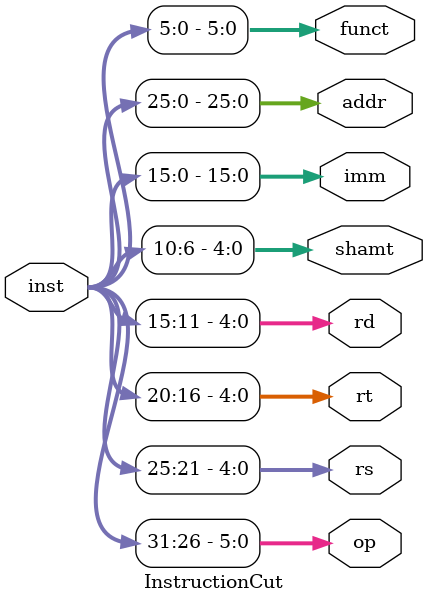
<source format=v>
`timescale 1ns / 1ps


module InstructionCut(
    input [31: 0] inst,
    output reg [5: 0] op,
    output reg [4: 0] rs,
    output reg [4: 0] rt,
    output reg [4: 0] rd,
    output reg [4: 0] shamt,
    output reg [15: 0] imm,
    output reg [25: 0] addr,
    output reg [5: 0] funct
    );
    initial begin
        op = 6'b000000;
        rs = 5'b00000;
        rt = 5'b00000;
        rd = 5'b00000;
        funct = 6'b000000;
    end
    always @(inst) begin
        op = inst[31: 26];
        rs = inst[25: 21];
        rt = inst[20: 16];
        rd = inst[15: 11];
        shamt = inst[10: 6];
        imm = inst[15: 0];
        addr = inst[25: 0];
        funct = inst[5: 0];
    end
endmodule

</source>
